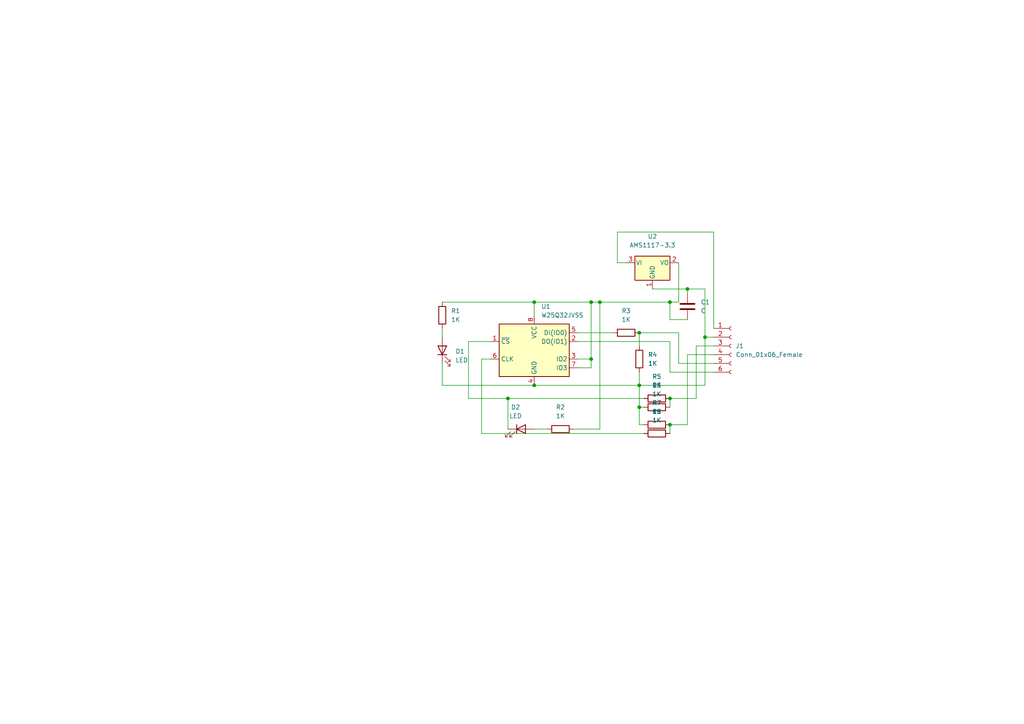
<source format=kicad_sch>
(kicad_sch (version 20211123) (generator eeschema)
  (paper "A4")
  (lib_symbols
    (symbol "Connector:Conn_01x06_Female" (pin_names (offset 1.016) hide)
      (property "Reference" "J" (at 0 7.62 0))
      (property "Value" "Conn_01x06_Female" (at 0 -10.16 0))
      (symbol "Conn_01x06_Female_1_1"
        (arc (start 0 -7.112) (mid -0.508 -7.62) (end 0 -8.128) (stroke (width 0.1524)))
        (arc (start 0 -4.572) (mid -0.508 -5.08) (end 0 -5.588) (stroke (width 0.1524)))
        (arc (start 0 -2.032) (mid -0.508 -2.54) (end 0 -3.048) (stroke (width 0.1524)))
        (polyline (pts (xy -1.27 -7.62) (xy -0.508 -7.62)) (stroke (width 0.1524)))
        (polyline (pts (xy -1.27 -5.08) (xy -0.508 -5.08)) (stroke (width 0.1524)))
        (polyline (pts (xy -1.27 -2.54) (xy -0.508 -2.54)) (stroke (width 0.1524)))
        (polyline (pts (xy -1.27 0) (xy -0.508 0)) (stroke (width 0.1524)))
        (polyline (pts (xy -1.27 2.54) (xy -0.508 2.54)) (stroke (width 0.1524)))
        (polyline (pts (xy -1.27 5.08) (xy -0.508 5.08)) (stroke (width 0.1524)))
        (arc (start 0 0.508) (mid -0.508 0) (end 0 -0.508) (stroke (width 0.1524)))
        (arc (start 0 3.048) (mid -0.508 2.54) (end 0 2.032) (stroke (width 0.1524)))
        (arc (start 0 5.588) (mid -0.508 5.08) (end 0 4.572) (stroke (width 0.1524)))
        (pin passive line (at -5.08 5.08 0) (length 3.81) (name "Pin_1") (number "1"))
        (pin passive line (at -5.08 2.54 0) (length 3.81) (name "Pin_2") (number "2"))
        (pin passive line (at -5.08 0 0) (length 3.81) (name "Pin_3") (number "3"))
        (pin passive line (at -5.08 -2.54 0) (length 3.81) (name "Pin_4") (number "4"))
        (pin passive line (at -5.08 -5.08 0) (length 3.81) (name "Pin_5") (number "5"))
        (pin passive line (at -5.08 -7.62 0) (length 3.81) (name "Pin_6") (number "6"))
      )
    )
    (symbol "Device:C" (pin_numbers hide) (pin_names (offset 0.254))
      (property "Reference" "C" (at 0.635 2.54 0))
      (property "Value" "C" (at 0.635 -2.54 0))
      (symbol "C_0_1"
        (polyline (pts (xy -2.032 -0.762) (xy 2.032 -0.762)) (stroke (width 0.508)))
        (polyline (pts (xy -2.032 0.762) (xy 2.032 0.762)) (stroke (width 0.508)))
      )
      (symbol "C_1_1"
        (pin passive line (at 0 3.81 270) (length 2.794) (name "~") (number "1"))
        (pin passive line (at 0 -3.81 90) (length 2.794) (name "~") (number "2"))
      )
    )
    (symbol "Device:LED" (pin_numbers hide) (pin_names (offset 1.016) hide)
      (property "Reference" "D" (at 0 2.54 0))
      (property "Value" "LED" (at 0 -2.54 0))
      (symbol "LED_0_1"
        (polyline (pts (xy -1.27 -1.27) (xy -1.27 1.27)) (stroke (width 0.254)))
        (polyline (pts (xy -1.27 0) (xy 1.27 0)))
        (polyline (pts (xy 1.27 -1.27) (xy 1.27 1.27) (xy -1.27 0) (xy 1.27 -1.27)) (stroke (width 0.254)))
        (polyline (pts (xy -3.048 -0.762) (xy -4.572 -2.286) (xy -3.81 -2.286) (xy -4.572 -2.286) (xy -4.572 -1.524)))
        (polyline (pts (xy -1.778 -0.762) (xy -3.302 -2.286) (xy -2.54 -2.286) (xy -3.302 -2.286) (xy -3.302 -1.524)))
      )
      (symbol "LED_1_1"
        (pin passive line (at -3.81 0 0) (length 2.54) (name "K") (number "1"))
        (pin passive line (at 3.81 0 180) (length 2.54) (name "A") (number "2"))
      )
    )
    (symbol "Device:R" (pin_numbers hide) (pin_names (offset 0))
      (property "Reference" "R" (at 2.032 0 90))
      (property "Value" "R" (at 0 0 90))
      (symbol "R_0_1"
        (rectangle (start -1.016 -2.54) (end 1.016 2.54) (stroke (width 0.254)))
      )
      (symbol "R_1_1"
        (pin passive line (at 0 3.81 270) (length 1.27) (name "~") (number "1"))
        (pin passive line (at 0 -3.81 90) (length 1.27) (name "~") (number "2"))
      )
    )
    (symbol "Memory_Flash:W25Q32JVSS"
      (property "Reference" "U" (at -8.89 8.89 0))
      (property "Value" "W25Q32JVSS" (at 7.62 8.89 0))
      (symbol "W25Q32JVSS_0_1"
        (rectangle (start -10.16 7.62) (end 10.16 -7.62) (stroke (width 0.254)) (fill (type background)))
      )
      (symbol "W25Q32JVSS_1_1"
        (pin input line (at -12.7 2.54 0) (length 2.54) (name "~{CS}") (number "1"))
        (pin bidirectional line (at 12.7 2.54 180) (length 2.54) (name "DO(IO1)") (number "2"))
        (pin bidirectional line (at 12.7 -2.54 180) (length 2.54) (name "IO2") (number "3"))
        (pin power_in line (at 0 -10.16 90) (length 2.54) (name "GND") (number "4"))
        (pin bidirectional line (at 12.7 5.08 180) (length 2.54) (name "DI(IO0)") (number "5"))
        (pin input line (at -12.7 -2.54 0) (length 2.54) (name "CLK") (number "6"))
        (pin bidirectional line (at 12.7 -5.08 180) (length 2.54) (name "IO3") (number "7"))
        (pin power_in line (at 0 10.16 270) (length 2.54) (name "VCC") (number "8"))
      )
    )
    (symbol "Regulator_Linear:AMS1117-3.3" (pin_names (offset 0.254))
      (property "Reference" "U" (at -3.81 3.175 0))
      (property "Value" "AMS1117-3.3" (at 0 3.175 0))
      (symbol "AMS1117-3.3_0_1"
        (rectangle (start -5.08 -5.08) (end 5.08 1.905) (stroke (width 0.254)) (fill (type background)))
      )
      (symbol "AMS1117-3.3_1_1"
        (pin power_in line (at 0 -7.62 90) (length 2.54) (name "GND") (number "1"))
        (pin power_out line (at 7.62 0 180) (length 2.54) (name "VO") (number "2"))
        (pin power_in line (at -7.62 0 0) (length 2.54) (name "VI") (number "3"))
      )
    )
  )
  (junction (at 185.42 118.11))
  (junction (at 185.42 111.76))
  (junction (at 194.31 123.19))
  (junction (at 185.42 96.52))
  (junction (at 154.94 111.76))
  (junction (at 204.47 97.79))
  (junction (at 199.39 83.82))
  (junction (at 171.45 104.14))
  (junction (at 194.31 115.57))
  (junction (at 194.31 87.63))
  (junction (at 154.94 87.63))
  (junction (at 147.32 115.57))
  (junction (at 171.45 87.63))
  (junction (at 173.99 87.63))
  (wire (pts (xy 194.31 99.06) (xy 194.31 107.95)))
  (wire (pts (xy 185.42 96.52) (xy 185.42 100.33)))
  (wire (pts (xy 201.93 115.57) (xy 201.93 100.33)))
  (wire (pts (xy 128.27 105.41) (xy 128.27 111.76)))
  (wire (pts (xy 179.07 76.2) (xy 181.61 76.2)))
  (wire (pts (xy 139.7 125.73) (xy 186.69 125.73)))
  (wire (pts (xy 154.94 124.46) (xy 158.75 124.46)))
  (wire (pts (xy 185.42 107.95) (xy 185.42 111.76)))
  (wire (pts (xy 154.94 111.76) (xy 185.42 111.76)))
  (wire (pts (xy 128.27 95.25) (xy 128.27 97.79)))
  (wire (pts (xy 142.24 104.14) (xy 139.7 104.14)))
  (wire (pts (xy 167.64 99.06) (xy 194.31 99.06)))
  (wire (pts (xy 194.31 107.95) (xy 207.01 107.95)))
  (wire (pts (xy 199.39 123.19) (xy 194.31 123.19)))
  (wire (pts (xy 194.31 115.57) (xy 194.31 118.11)))
  (wire (pts (xy 135.89 115.57) (xy 147.32 115.57)))
  (wire (pts (xy 171.45 104.14) (xy 171.45 106.68)))
  (wire (pts (xy 204.47 83.82) (xy 204.47 97.79)))
  (wire (pts (xy 194.31 92.71) (xy 194.31 87.63)))
  (wire (pts (xy 185.42 118.11) (xy 185.42 111.76)))
  (wire (pts (xy 142.24 99.06) (xy 135.89 99.06)))
  (wire (pts (xy 196.85 105.41) (xy 196.85 96.52)))
  (wire (pts (xy 199.39 83.82) (xy 204.47 83.82)))
  (wire (pts (xy 199.39 83.82) (xy 199.39 85.09)))
  (wire (pts (xy 185.42 111.76) (xy 204.47 111.76)))
  (wire (pts (xy 154.94 87.63) (xy 171.45 87.63)))
  (wire (pts (xy 196.85 76.2) (xy 196.85 87.63)))
  (wire (pts (xy 186.69 118.11) (xy 185.42 118.11)))
  (wire (pts (xy 167.64 106.68) (xy 171.45 106.68)))
  (wire (pts (xy 199.39 92.71) (xy 194.31 92.71)))
  (wire (pts (xy 128.27 111.76) (xy 154.94 111.76)))
  (wire (pts (xy 173.99 124.46) (xy 173.99 87.63)))
  (wire (pts (xy 171.45 87.63) (xy 173.99 87.63)))
  (wire (pts (xy 147.32 115.57) (xy 186.69 115.57)))
  (wire (pts (xy 135.89 99.06) (xy 135.89 115.57)))
  (wire (pts (xy 201.93 100.33) (xy 207.01 100.33)))
  (wire (pts (xy 171.45 87.63) (xy 171.45 104.14)))
  (wire (pts (xy 199.39 102.87) (xy 199.39 123.19)))
  (wire (pts (xy 139.7 104.14) (xy 139.7 125.73)))
  (wire (pts (xy 154.94 91.44) (xy 154.94 87.63)))
  (wire (pts (xy 196.85 96.52) (xy 185.42 96.52)))
  (wire (pts (xy 179.07 67.31) (xy 179.07 76.2)))
  (wire (pts (xy 204.47 111.76) (xy 204.47 97.79)))
  (wire (pts (xy 204.47 97.79) (xy 207.01 97.79)))
  (wire (pts (xy 167.64 104.14) (xy 171.45 104.14)))
  (wire (pts (xy 185.42 123.19) (xy 185.42 118.11)))
  (wire (pts (xy 196.85 105.41) (xy 207.01 105.41)))
  (wire (pts (xy 128.27 87.63) (xy 154.94 87.63)))
  (wire (pts (xy 166.37 124.46) (xy 173.99 124.46)))
  (wire (pts (xy 189.23 83.82) (xy 199.39 83.82)))
  (wire (pts (xy 147.32 115.57) (xy 147.32 124.46)))
  (wire (pts (xy 207.01 67.31) (xy 179.07 67.31)))
  (wire (pts (xy 186.69 123.19) (xy 185.42 123.19)))
  (wire (pts (xy 194.31 115.57) (xy 201.93 115.57)))
  (wire (pts (xy 196.85 87.63) (xy 194.31 87.63)))
  (wire (pts (xy 194.31 87.63) (xy 173.99 87.63)))
  (wire (pts (xy 167.64 96.52) (xy 177.8 96.52)))
  (wire (pts (xy 199.39 102.87) (xy 207.01 102.87)))
  (wire (pts (xy 194.31 123.19) (xy 194.31 125.73)))
  (wire (pts (xy 207.01 95.25) (xy 207.01 67.31)))
  (symbol (lib_id "Device:LED") (at 151.13 124.46 0) (unit 1)
    (property "Reference" "D2" (at 149.5425 118.11 0))
    (property "Value" "LED" (at 149.5425 120.65 0))
    (property "Footprint" "LED_SMD:LED_0402_1005Metric" (effects hide))
  )
  (symbol (lib_id "Connector:Conn_01x06_Female") (at 212.09 100.33 0) (unit 1)
    (property "Reference" "J1" (at 213.36 100.3299 0) (effects (justify left)))
    (property "Value" "Conn_01x06_Female" (at 213.36 102.8699 0) (effects (justify left)))
    (property "Footprint" "Connector_PinHeader_2.54mm:PinHeader_1x06_P2.54mm_Vertical" (effects hide))
  )
  (symbol (lib_id "Device:R") (at 128.27 91.44 0) (unit 1)
    (property "Reference" "R1" (at 130.81 90.1699 0) (effects (justify left)))
    (property "Value" "1K" (at 130.81 92.7099 0) (effects (justify left)))
    (property "Footprint" "Resistor_SMD:R_0603_1608Metric" (effects hide))
  )
  (symbol (lib_id "Device:LED") (at 128.27 101.6 90) (unit 1)
    (property "Reference" "D1" (at 132.08 101.9174 90) (effects (justify right)))
    (property "Value" "LED" (at 132.08 104.4574 90) (effects (justify right)))
    (property "Footprint" "LED_SMD:LED_0402_1005Metric" (effects hide))
  )
  (symbol (lib_id "Device:R") (at 162.56 124.46 90) (unit 1)
    (property "Reference" "R2" (at 162.56 118.11 90))
    (property "Value" "1K" (at 162.56 120.65 90))
    (property "Footprint" "Resistor_SMD:R_0603_1608Metric" (effects hide))
  )
  (symbol (lib_id "Device:R") (at 181.61 96.52 90) (unit 1)
    (property "Reference" "R3" (at 181.61 90.17 90))
    (property "Value" "1K" (at 181.61 92.71 90))
    (property "Footprint" "Resistor_SMD:R_0603_1608Metric" (effects hide))
  )
  (symbol (lib_id "Device:R") (at 190.5 118.11 270) (unit 1)
    (property "Reference" "R6" (at 190.5 111.76 90))
    (property "Value" "1K" (at 190.5 114.3 90))
    (property "Footprint" "Resistor_SMD:R_0603_1608Metric" (effects hide))
  )
  (symbol (lib_id "Device:C") (at 199.39 88.9 0) (unit 1)
    (property "Reference" "C1" (at 203.2 87.6299 0) (effects (justify left)))
    (property "Value" "C" (at 203.2 90.1699 0) (effects (justify left)))
    (property "Footprint" "Capacitor_SMD:C_1206_3216Metric" (effects hide))
  )
  (symbol (lib_id "Device:R") (at 185.42 104.14 180) (unit 1)
    (property "Reference" "R4" (at 187.96 102.8699 0) (effects (justify right)))
    (property "Value" "1K" (at 187.96 105.4099 0) (effects (justify right)))
    (property "Footprint" "Resistor_SMD:R_0603_1608Metric" (effects hide))
  )
  (symbol (lib_id "Memory_Flash:W25Q32JVSS") (at 154.94 101.6 0) (unit 1)
    (property "Reference" "U1" (at 156.9594 88.9 0) (effects (justify left)))
    (property "Value" "W25Q32JVSS" (at 156.9594 91.44 0) (effects (justify left)))
    (property "Footprint" "Package_SO:SOIC-8_5.23x5.23mm_P1.27mm" (effects hide))
    (property "Datasheet" "http://www.winbond.com/resource-files/w25q32jv%20revg%2003272018%20plus.pdf" (effects hide))
  )
  (symbol (lib_id "Device:R") (at 190.5 125.73 270) (unit 1)
    (property "Reference" "R8" (at 190.5 119.38 90))
    (property "Value" "1K" (at 190.5 121.92 90))
    (property "Footprint" "Resistor_SMD:R_0603_1608Metric" (effects hide))
  )
  (symbol (lib_id "Regulator_Linear:AMS1117-3.3") (at 189.23 76.2 0) (unit 1)
    (property "Reference" "U2" (at 189.23 68.58 0))
    (property "Value" "AMS1117-3.3" (at 189.23 71.12 0))
    (property "Footprint" "Package_TO_SOT_SMD:SOT-223-3_TabPin2" (effects hide))
    (property "Datasheet" "http://www.advanced-monolithic.com/pdf/ds1117.pdf" (effects hide))
  )
  (symbol (lib_id "Device:R") (at 190.5 123.19 270) (unit 1)
    (property "Reference" "R7" (at 190.5 116.84 90))
    (property "Value" "1K" (at 190.5 119.38 90))
    (property "Footprint" "Resistor_SMD:R_0603_1608Metric" (effects hide))
  )
  (symbol (lib_id "Device:R") (at 190.5 115.57 270) (unit 1)
    (property "Reference" "R5" (at 190.5 109.22 90))
    (property "Value" "1K" (at 190.5 111.76 90))
    (property "Footprint" "Resistor_SMD:R_0603_1608Metric" (effects hide))
  )
)
</source>
